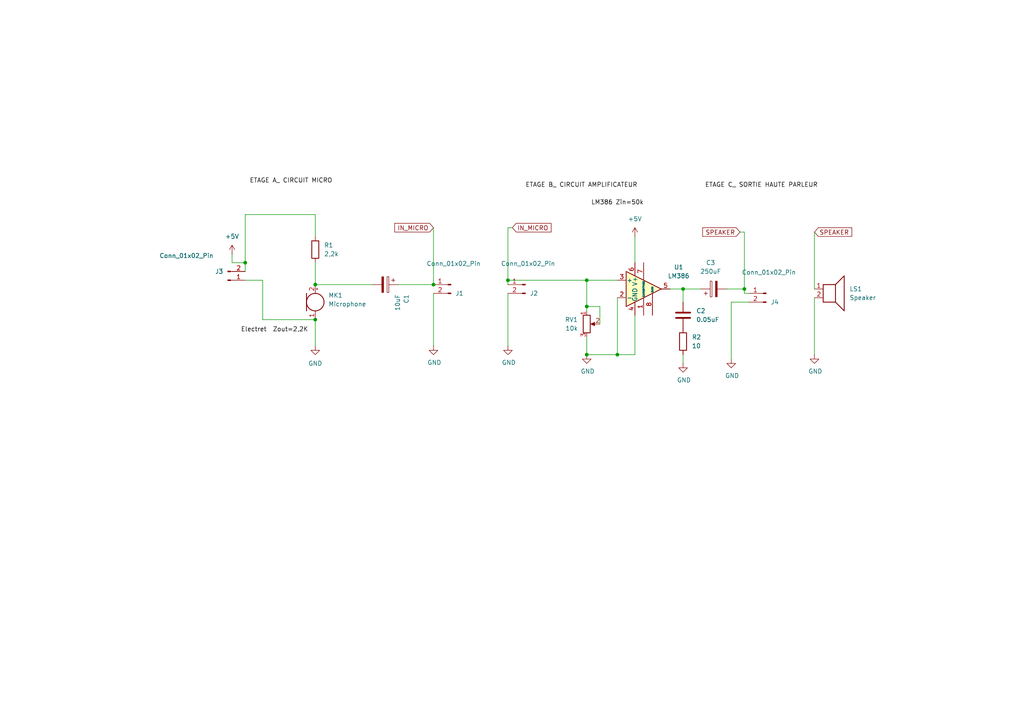
<source format=kicad_sch>
(kicad_sch (version 20231120) (generator "eeschema") (generator_version "8.0")
  (paper "A4")
  (lib_symbols
    (symbol "Amplifier_Audio:LM386" (pin_names (offset 0.127))
      (property "Reference" "U" (at 1.27 7.62 0))
      (property "Value" "LM386" (at 1.27 5.08 0))
      (symbol "LM386_0_1"
        (polyline (pts (xy 5.08 0) (xy -5.08 5.08) (xy -5.08 -5.08) (xy 5.08 0)) (stroke (width 0.254)) (fill (type background)))
      )
      (symbol "LM386_1_1"
        (pin input line (at 0 -7.62 90) (length 5.08) (name "GAIN") (number "1"))
        (pin input line (at -7.62 -2.54 0) (length 2.54) (name "-") (number "2"))
        (pin input line (at -7.62 2.54 0) (length 2.54) (name "+") (number "3"))
        (pin power_in line (at -2.54 -7.62 90) (length 3.81) (name "GND") (number "4"))
        (pin output line (at 7.62 0 180) (length 2.54) (name "~") (number "5"))
        (pin power_in line (at -2.54 7.62 270) (length 3.81) (name "V+") (number "6"))
        (pin input line (at 0 7.62 270) (length 5.08) (name "BYPASS") (number "7"))
        (pin input line (at 2.54 -7.62 90) (length 6.35) (name "GAIN") (number "8"))
      )
    )
    (symbol "Connector:Conn_01x02_Pin" (pin_names (offset 1.016) hide)
      (property "Reference" "J" (at 0 2.54 0))
      (property "Value" "Conn_01x02_Pin" (at 0 -5.08 0))
      (symbol "Conn_01x02_Pin_1_1"
        (polyline (pts (xy 1.27 -2.54) (xy 0.8636 -2.54)) (stroke (width 0.1524)))
        (polyline (pts (xy 1.27 0) (xy 0.8636 0)) (stroke (width 0.1524)))
        (rectangle (start 0.8636 -2.413) (end 0 -2.667) (stroke (width 0.1524)) (fill (type outline)))
        (rectangle (start 0.8636 0.127) (end 0 -0.127) (stroke (width 0.1524)) (fill (type outline)))
        (pin passive line (at 5.08 0 180) (length 3.81) (name "Pin_1") (number "1"))
        (pin passive line (at 5.08 -2.54 180) (length 3.81) (name "Pin_2") (number "2"))
      )
    )
    (symbol "Device:C" (pin_numbers hide) (pin_names (offset 0.254))
      (property "Reference" "C" (at 0.635 2.54 0))
      (property "Value" "C" (at 0.635 -2.54 0))
      (symbol "C_0_1"
        (polyline (pts (xy -2.032 -0.762) (xy 2.032 -0.762)) (stroke (width 0.508)))
        (polyline (pts (xy -2.032 0.762) (xy 2.032 0.762)) (stroke (width 0.508)))
      )
      (symbol "C_1_1"
        (pin passive line (at 0 3.81 270) (length 2.794) (name "~") (number "1"))
        (pin passive line (at 0 -3.81 90) (length 2.794) (name "~") (number "2"))
      )
    )
    (symbol "Device:C_Polarized" (pin_numbers hide) (pin_names (offset 0.254))
      (property "Reference" "C" (at 0.635 2.54 0))
      (property "Value" "C_Polarized" (at 0.635 -2.54 0))
      (symbol "C_Polarized_0_1"
        (rectangle (start -2.286 0.508) (end 2.286 1.016))
        (polyline (pts (xy -1.778 2.286) (xy -0.762 2.286)))
        (polyline (pts (xy -1.27 2.794) (xy -1.27 1.778)))
        (rectangle (start 2.286 -0.508) (end -2.286 -1.016) (fill (type outline)))
      )
      (symbol "C_Polarized_1_1"
        (pin passive line (at 0 3.81 270) (length 2.794) (name "~") (number "1"))
        (pin passive line (at 0 -3.81 90) (length 2.794) (name "~") (number "2"))
      )
    )
    (symbol "Device:Microphone" (pin_names (offset 0.0254) hide)
      (property "Reference" "MK" (at -3.81 1.27 0))
      (property "Value" "Microphone" (at -3.81 -0.635 0))
      (symbol "Microphone_0_1"
        (polyline (pts (xy -2.54 2.54) (xy -2.54 -2.54)) (stroke (width 0.254)))
        (polyline (pts (xy 0.254 3.81) (xy 0.762 3.81)))
        (polyline (pts (xy 0.508 4.064) (xy 0.508 3.556)))
        (circle (center 0 0) (radius 2.54) (stroke (width 0.254)))
      )
      (symbol "Microphone_1_1"
        (pin passive line (at 0 -5.08 90) (length 2.54) (name "-") (number "1"))
        (pin passive line (at 0 5.08 270) (length 2.54) (name "+") (number "2"))
      )
    )
    (symbol "Device:R" (pin_numbers hide) (pin_names (offset 0))
      (property "Reference" "R" (at 2.032 0 90))
      (property "Value" "R" (at 0 0 90))
      (symbol "R_0_1"
        (rectangle (start -1.016 -2.54) (end 1.016 2.54) (stroke (width 0.254)))
      )
      (symbol "R_1_1"
        (pin passive line (at 0 3.81 270) (length 1.27) (name "~") (number "1"))
        (pin passive line (at 0 -3.81 90) (length 1.27) (name "~") (number "2"))
      )
    )
    (symbol "Device:R_Potentiometer" (pin_names (offset 1.016) hide)
      (property "Reference" "RV" (at -4.445 0 90))
      (property "Value" "R_Potentiometer" (at -2.54 0 90))
      (symbol "R_Potentiometer_0_1"
        (polyline (pts (xy 2.54 0) (xy 1.524 0)))
        (polyline (pts (xy 1.143 0) (xy 2.286 0.508) (xy 2.286 -0.508) (xy 1.143 0)) (fill (type outline)))
        (rectangle (start 1.016 2.54) (end -1.016 -2.54) (stroke (width 0.254)))
      )
      (symbol "R_Potentiometer_1_1"
        (pin passive line (at 0 3.81 270) (length 1.27) (name "1") (number "1"))
        (pin passive line (at 3.81 0 180) (length 1.27) (name "2") (number "2"))
        (pin passive line (at 0 -3.81 90) (length 1.27) (name "3") (number "3"))
      )
    )
    (symbol "Device:Speaker" (pin_names (offset 0) hide)
      (property "Reference" "LS" (at 1.27 5.715 0))
      (property "Value" "Speaker" (at 1.27 3.81 0))
      (symbol "Speaker_0_0"
        (rectangle (start -2.54 1.27) (end 1.016 -3.81) (stroke (width 0.254)))
        (polyline (pts (xy 1.016 1.27) (xy 3.556 3.81) (xy 3.556 -6.35) (xy 1.016 -3.81)) (stroke (width 0.254)))
      )
      (symbol "Speaker_1_1"
        (pin input line (at -5.08 0 0) (length 2.54) (name "1") (number "1"))
        (pin input line (at -5.08 -2.54 0) (length 2.54) (name "2") (number "2"))
      )
    )
    (symbol "power:+5V" (power) (pin_numbers hide) (pin_names (offset 0) hide)
      (property "Value" "+5V" (at 0 3.556 0))
      (symbol "+5V_0_1"
        (polyline (pts (xy -0.762 1.27) (xy 0 2.54)))
        (polyline (pts (xy 0 0) (xy 0 2.54)))
        (polyline (pts (xy 0 2.54) (xy 0.762 1.27)))
      )
      (symbol "+5V_1_1"
        (pin power_in line (at 0 0 90) (length 0) (name "~") (number "1"))
      )
    )
    (symbol "power:GND" (power) (pin_numbers hide) (pin_names (offset 0) hide)
      (property "Value" "GND" (at 0 -3.81 0))
      (symbol "GND_0_1"
        (polyline (pts (xy 0 0) (xy 0 -1.27) (xy 1.27 -1.27) (xy 0 -2.54) (xy -1.27 -1.27) (xy 0 -1.27)))
      )
      (symbol "GND_1_1"
        (pin power_in line (at 0 0 270) (length 0) (name "~") (number "1"))
      )
    )
  )
  (junction (at 215.9 83.82))
  (junction (at 71.12 76.2))
  (junction (at 125.73 82.55))
  (junction (at 170.18 102.87))
  (junction (at 91.44 92.71))
  (junction (at 170.18 81.28))
  (junction (at 179.07 102.87))
  (junction (at 170.18 88.9))
  (junction (at 147.32 81.28))
  (junction (at 198.12 83.82))
  (junction (at 91.44 82.55))
  (wire (pts (xy 215.9 85.09) (xy 215.9 83.82)))
  (wire (pts (xy 170.18 88.9) (xy 170.18 90.17)))
  (wire (pts (xy 67.31 76.2) (xy 71.12 76.2)))
  (wire (pts (xy 125.73 66.04) (xy 125.73 82.55)))
  (wire (pts (xy 76.2 92.71) (xy 76.2 81.28)))
  (wire (pts (xy 67.31 73.66) (xy 67.31 76.2)))
  (wire (pts (xy 179.07 86.36) (xy 179.07 102.87)))
  (wire (pts (xy 91.44 92.71) (xy 91.44 100.33)))
  (wire (pts (xy 198.12 83.82) (xy 198.12 87.63)))
  (wire (pts (xy 147.32 81.28) (xy 170.18 81.28)))
  (wire (pts (xy 170.18 97.79) (xy 170.18 102.87)))
  (wire (pts (xy 91.44 82.55) (xy 107.95 82.55)))
  (wire (pts (xy 212.09 87.63) (xy 212.09 104.14)))
  (wire (pts (xy 179.07 81.28) (xy 170.18 81.28)))
  (wire (pts (xy 184.15 102.87) (xy 179.07 102.87)))
  (wire (pts (xy 184.15 68.58) (xy 184.15 76.2)))
  (wire (pts (xy 147.32 82.55) (xy 147.32 81.28)))
  (wire (pts (xy 147.32 66.04) (xy 148.59 66.04)))
  (wire (pts (xy 215.9 67.31) (xy 215.9 83.82)))
  (wire (pts (xy 173.99 88.9) (xy 170.18 88.9)))
  (wire (pts (xy 170.18 102.87) (xy 179.07 102.87)))
  (wire (pts (xy 76.2 81.28) (xy 71.12 81.28)))
  (wire (pts (xy 194.31 83.82) (xy 198.12 83.82)))
  (wire (pts (xy 91.44 62.23) (xy 91.44 68.58)))
  (wire (pts (xy 125.73 100.33) (xy 125.73 85.09)))
  (wire (pts (xy 71.12 76.2) (xy 71.12 62.23)))
  (wire (pts (xy 76.2 92.71) (xy 91.44 92.71)))
  (wire (pts (xy 236.22 67.31) (xy 236.22 83.82)))
  (wire (pts (xy 210.82 83.82) (xy 215.9 83.82)))
  (wire (pts (xy 173.99 93.98) (xy 173.99 88.9)))
  (wire (pts (xy 184.15 91.44) (xy 184.15 102.87)))
  (wire (pts (xy 91.44 76.2) (xy 91.44 82.55)))
  (wire (pts (xy 217.17 87.63) (xy 212.09 87.63)))
  (wire (pts (xy 115.57 82.55) (xy 125.73 82.55)))
  (wire (pts (xy 71.12 78.74) (xy 71.12 76.2)))
  (wire (pts (xy 147.32 81.28) (xy 147.32 66.04)))
  (wire (pts (xy 236.22 86.36) (xy 236.22 102.87)))
  (wire (pts (xy 215.9 67.31) (xy 214.63 67.31)))
  (wire (pts (xy 198.12 83.82) (xy 203.2 83.82)))
  (wire (pts (xy 217.17 85.09) (xy 215.9 85.09)))
  (wire (pts (xy 170.18 81.28) (xy 170.18 88.9)))
  (wire (pts (xy 71.12 62.23) (xy 91.44 62.23)))
  (wire (pts (xy 147.32 100.33) (xy 147.32 85.09)))
  (wire (pts (xy 198.12 102.87) (xy 198.12 105.41)))
  (label "LM386 Zin=50k" (at 171.45 59.69 0))
  (label "ETAGE B_ CIRCUIT AMPLIFICATEUR" (at 152.4 54.61 0))
  (label "ETAGE A_ CIRCUIT MICRO" (at 72.39 53.34 0))
  (label "Electret  Zout=2,2K" (at 69.85 96.52 0))
  (label "ETAGE C_ SORTIE HAUTE PARLEUR" (at 204.47 54.61 0))
  (global_label "IN_MICRO" (shape input) (at 125.73 66.04 180) (property "Intersheetrefs" "${INTERSHEET_REFS}" (effects (hide yes))))
  (global_label "SPEAKER" (shape input) (at 214.63 67.31 180) (property "Intersheetrefs" "${INTERSHEET_REFS}" (effects (hide yes))))
  (global_label "IN_MICRO" (shape input) (at 148.59 66.04 0) (property "Intersheetrefs" "${INTERSHEET_REFS}" (effects (hide yes))))
  (global_label "SPEAKER" (shape input) (at 236.22 67.31 0) (property "Intersheetrefs" "${INTERSHEET_REFS}" (effects (hide yes))))
  (symbol (lib_id "Device:R") (at 91.44 72.39 180) (unit 1)
    (property "Reference" "R1" (at 93.98 71.1199 0) (effects (justify right)))
    (property "Value" "2,2k" (at 93.98 73.6599 0) (effects (justify right)))
    (property "Description" "Resistor" (effects (hide yes)))
  )
  (symbol (lib_id "Device:C_Polarized") (at 111.76 82.55 270) (unit 1)
    (property "Reference" "C1" (at 117.856 85.344 0) (effects (justify left)))
    (property "Value" "10uF" (at 115.316 85.344 0) (effects (justify left)))
    (property "Description" "Polarized capacitor" (effects (hide yes)))
  )
  (symbol (lib_id "power:GND") (at 236.22 102.87 0) (unit 1)
    (property "Reference" "#PWR7" (effects (hide yes)))
    (property "Value" "GND" (at 236.474 107.696 0))
    (property "Description" "Power symbol creates a global label with name \"GND\" , ground" (effects (hide yes)))
  )
  (symbol (lib_id "Device:R_Potentiometer") (at 170.18 93.98 0) (unit 1)
    (property "Reference" "RV1" (at 167.64 92.7099 0) (effects (justify right)))
    (property "Value" "10k" (at 167.64 95.2499 0) (effects (justify right)))
    (property "Description" "Potentiometer" (effects (hide yes)))
  )
  (symbol (lib_id "Device:R") (at 198.12 99.06 180) (unit 1)
    (property "Reference" "R2" (at 200.66 97.7899 0) (effects (justify right)))
    (property "Value" "10" (at 200.66 100.3299 0) (effects (justify right)))
    (property "Description" "Resistor" (effects (hide yes)))
  )
  (symbol (lib_id "power:GND") (at 212.09 104.14 0) (unit 1)
    (property "Reference" "#PWR9" (effects (hide yes)))
    (property "Value" "GND" (at 212.344 108.966 0))
    (property "Description" "Power symbol creates a global label with name \"GND\" , ground" (effects (hide yes)))
  )
  (symbol (lib_id "Connector:Conn_01x02_Pin") (at 222.25 85.09 0) (mirror y) (unit 1)
    (property "Reference" "J4" (at 223.52 87.6301 0) (effects (justify right)))
    (property "Value" "Conn_01x02_Pin" (at 215.138 78.994 0) (effects (justify right)))
    (property "Description" "Generic connector, single row, 01x02, script generated" (effects (hide yes)))
  )
  (symbol (lib_id "power:GND") (at 170.18 102.87 0) (unit 1)
    (property "Reference" "#PWR6" (effects (hide yes)))
    (property "Value" "GND" (at 170.434 107.696 0))
    (property "Description" "Power symbol creates a global label with name \"GND\" , ground" (effects (hide yes)))
  )
  (symbol (lib_id "Connector:Conn_01x02_Pin") (at 66.04 81.28 0) (mirror x) (unit 1)
    (property "Reference" "J3" (at 64.77 78.7399 0) (effects (justify right)))
    (property "Value" "Conn_01x02_Pin" (at 61.976 74.168 0) (effects (justify right)))
    (property "Description" "Generic connector, single row, 01x02, script generated" (effects (hide yes)))
  )
  (symbol (lib_id "Device:Speaker") (at 241.3 83.82 0) (unit 1)
    (property "Reference" "LS1" (at 246.38 83.8199 0) (effects (justify left)))
    (property "Value" "Speaker" (at 246.38 86.3599 0) (effects (justify left)))
    (property "Description" "Speaker" (effects (hide yes)))
  )
  (symbol (lib_id "power:+5V") (at 184.15 68.58 0) (unit 1)
    (property "Reference" "#PWR3" (effects (hide yes)))
    (property "Value" "+5V" (at 184.15 63.5 0))
    (property "Description" "Power symbol creates a global label with name \"+5V\"" (effects (hide yes)))
  )
  (symbol (lib_id "power:GND") (at 125.73 100.33 0) (unit 1)
    (property "Reference" "#PWR4" (effects (hide yes)))
    (property "Value" "GND" (at 125.984 105.156 0))
    (property "Description" "Power symbol creates a global label with name \"GND\" , ground" (effects (hide yes)))
  )
  (symbol (lib_id "power:GND") (at 147.32 100.33 0) (unit 1)
    (property "Reference" "#PWR5" (effects (hide yes)))
    (property "Value" "GND" (at 147.574 105.156 0))
    (property "Description" "Power symbol creates a global label with name \"GND\" , ground" (effects (hide yes)))
  )
  (symbol (lib_id "power:GND") (at 198.12 105.41 0) (unit 1)
    (property "Reference" "#PWR8" (effects (hide yes)))
    (property "Value" "GND" (at 198.374 110.236 0))
    (property "Description" "Power symbol creates a global label with name \"GND\" , ground" (effects (hide yes)))
  )
  (symbol (lib_id "power:+5V") (at 67.31 73.66 0) (unit 1)
    (property "Reference" "#PWR2" (effects (hide yes)))
    (property "Value" "+5V" (at 67.31 68.58 0))
    (property "Description" "Power symbol creates a global label with name \"+5V\"" (effects (hide yes)))
  )
  (symbol (lib_id "Device:C") (at 198.12 91.44 0) (unit 1)
    (property "Reference" "C2" (at 201.93 90.1699 0) (effects (justify left)))
    (property "Value" "0.05uF" (at 201.93 92.7099 0) (effects (justify left)))
    (property "Description" "Unpolarized capacitor" (effects (hide yes)))
  )
  (symbol (lib_id "Amplifier_Audio:LM386") (at 186.69 83.82 0) (unit 1)
    (property "Reference" "U1" (at 196.85 77.5014 0))
    (property "Value" "LM386" (at 196.85 80.0414 0))
    (property "Datasheet" "http://www.ti.com/lit/ds/symlink/lm386.pdf" (effects (hide yes)))
    (property "Description" "Low Voltage Audio Power Amplifier, DIP-8/SOIC-8/SSOP-8" (effects (hide yes)))
  )
  (symbol (lib_id "Device:Microphone") (at 91.44 87.63 0) (unit 1)
    (property "Reference" "MK1" (at 95.25 85.6614 0) (effects (justify left)))
    (property "Value" "Microphone" (at 95.25 88.2014 0) (effects (justify left)))
    (property "Description" "Microphone" (effects (hide yes)))
  )
  (symbol (lib_id "Connector:Conn_01x02_Pin") (at 130.81 82.55 0) (mirror y) (unit 1)
    (property "Reference" "J1" (at 132.08 85.0901 0) (effects (justify right)))
    (property "Value" "Conn_01x02_Pin" (at 123.698 76.454 0) (effects (justify right)))
    (property "Description" "Generic connector, single row, 01x02, script generated" (effects (hide yes)))
  )
  (symbol (lib_id "Connector:Conn_01x02_Pin") (at 152.4 82.55 0) (mirror y) (unit 1)
    (property "Reference" "J2" (at 153.67 85.0901 0) (effects (justify right)))
    (property "Value" "Conn_01x02_Pin" (at 145.288 76.454 0) (effects (justify right)))
    (property "Description" "Generic connector, single row, 01x02, script generated" (effects (hide yes)))
  )
  (symbol (lib_id "Device:C_Polarized") (at 207.01 83.82 90) (unit 1)
    (property "Reference" "C3" (at 206.121 76.2 90))
    (property "Value" "250uF" (at 206.121 78.74 90))
    (property "Description" "Polarized capacitor" (effects (hide yes)))
  )
  (symbol (lib_id "power:GND") (at 91.44 100.33 0) (unit 1)
    (property "Reference" "#PWR1" (effects (hide yes)))
    (property "Value" "GND" (at 91.44 105.41 0))
    (property "Description" "Power symbol creates a global label with name \"GND\" , ground" (effects (hide yes)))
  )
)
</source>
